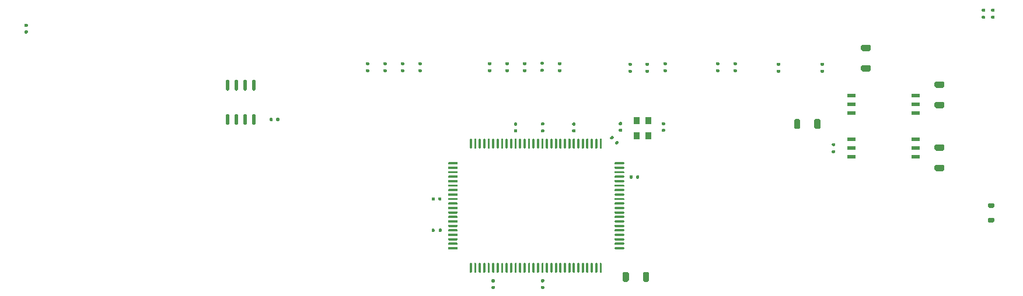
<source format=gtp>
%TF.GenerationSoftware,KiCad,Pcbnew,5.1.7*%
%TF.CreationDate,2020-11-15T02:55:59+01:00*%
%TF.ProjectId,ISA8019,49534138-3031-4392-9e6b-696361645f70,rev?*%
%TF.SameCoordinates,Original*%
%TF.FileFunction,Paste,Top*%
%TF.FilePolarity,Positive*%
%FSLAX46Y46*%
G04 Gerber Fmt 4.6, Leading zero omitted, Abs format (unit mm)*
G04 Created by KiCad (PCBNEW 5.1.7) date 2020-11-15 02:55:59*
%MOMM*%
%LPD*%
G01*
G04 APERTURE LIST*
%ADD10R,0.960000X1.120000*%
%ADD11R,1.200000X0.480000*%
G04 APERTURE END LIST*
%TO.C,U1*%
G36*
G01*
X122853000Y-116510000D02*
X122693000Y-116510000D01*
G75*
G02*
X122613000Y-116430000I0J80000D01*
G01*
X122613000Y-115190000D01*
G75*
G02*
X122693000Y-115110000I80000J0D01*
G01*
X122853000Y-115110000D01*
G75*
G02*
X122933000Y-115190000I0J-80000D01*
G01*
X122933000Y-116430000D01*
G75*
G02*
X122853000Y-116510000I-80000J0D01*
G01*
G37*
G36*
G01*
X127393000Y-118820000D02*
X126153000Y-118820000D01*
G75*
G02*
X126073000Y-118740000I0J80000D01*
G01*
X126073000Y-118580000D01*
G75*
G02*
X126153000Y-118500000I80000J0D01*
G01*
X127393000Y-118500000D01*
G75*
G02*
X127473000Y-118580000I0J-80000D01*
G01*
X127473000Y-118740000D01*
G75*
G02*
X127393000Y-118820000I-80000J0D01*
G01*
G37*
G36*
G01*
X124153000Y-116510000D02*
X123993000Y-116510000D01*
G75*
G02*
X123913000Y-116430000I0J80000D01*
G01*
X123913000Y-115190000D01*
G75*
G02*
X123993000Y-115110000I80000J0D01*
G01*
X124153000Y-115110000D01*
G75*
G02*
X124233000Y-115190000I0J-80000D01*
G01*
X124233000Y-116430000D01*
G75*
G02*
X124153000Y-116510000I-80000J0D01*
G01*
G37*
G36*
G01*
X121553000Y-116510000D02*
X121393000Y-116510000D01*
G75*
G02*
X121313000Y-116430000I0J80000D01*
G01*
X121313000Y-115190000D01*
G75*
G02*
X121393000Y-115110000I80000J0D01*
G01*
X121553000Y-115110000D01*
G75*
G02*
X121633000Y-115190000I0J-80000D01*
G01*
X121633000Y-116430000D01*
G75*
G02*
X121553000Y-116510000I-80000J0D01*
G01*
G37*
G36*
G01*
X120253000Y-116510000D02*
X120093000Y-116510000D01*
G75*
G02*
X120013000Y-116430000I0J80000D01*
G01*
X120013000Y-115190000D01*
G75*
G02*
X120093000Y-115110000I80000J0D01*
G01*
X120253000Y-115110000D01*
G75*
G02*
X120333000Y-115190000I0J-80000D01*
G01*
X120333000Y-116430000D01*
G75*
G02*
X120253000Y-116510000I-80000J0D01*
G01*
G37*
G36*
G01*
X122203000Y-116510000D02*
X122043000Y-116510000D01*
G75*
G02*
X121963000Y-116430000I0J80000D01*
G01*
X121963000Y-115190000D01*
G75*
G02*
X122043000Y-115110000I80000J0D01*
G01*
X122203000Y-115110000D01*
G75*
G02*
X122283000Y-115190000I0J-80000D01*
G01*
X122283000Y-116430000D01*
G75*
G02*
X122203000Y-116510000I-80000J0D01*
G01*
G37*
G36*
G01*
X127393000Y-128570000D02*
X126153000Y-128570000D01*
G75*
G02*
X126073000Y-128490000I0J80000D01*
G01*
X126073000Y-128330000D01*
G75*
G02*
X126153000Y-128250000I80000J0D01*
G01*
X127393000Y-128250000D01*
G75*
G02*
X127473000Y-128330000I0J-80000D01*
G01*
X127473000Y-128490000D01*
G75*
G02*
X127393000Y-128570000I-80000J0D01*
G01*
G37*
G36*
G01*
X127393000Y-120770000D02*
X126153000Y-120770000D01*
G75*
G02*
X126073000Y-120690000I0J80000D01*
G01*
X126073000Y-120530000D01*
G75*
G02*
X126153000Y-120450000I80000J0D01*
G01*
X127393000Y-120450000D01*
G75*
G02*
X127473000Y-120530000I0J-80000D01*
G01*
X127473000Y-120690000D01*
G75*
G02*
X127393000Y-120770000I-80000J0D01*
G01*
G37*
G36*
G01*
X109203000Y-134560000D02*
X109043000Y-134560000D01*
G75*
G02*
X108963000Y-134480000I0J80000D01*
G01*
X108963000Y-133240000D01*
G75*
G02*
X109043000Y-133160000I80000J0D01*
G01*
X109203000Y-133160000D01*
G75*
G02*
X109283000Y-133240000I0J-80000D01*
G01*
X109283000Y-134480000D01*
G75*
G02*
X109203000Y-134560000I-80000J0D01*
G01*
G37*
G36*
G01*
X108553000Y-134560000D02*
X108393000Y-134560000D01*
G75*
G02*
X108313000Y-134480000I0J80000D01*
G01*
X108313000Y-133240000D01*
G75*
G02*
X108393000Y-133160000I80000J0D01*
G01*
X108553000Y-133160000D01*
G75*
G02*
X108633000Y-133240000I0J-80000D01*
G01*
X108633000Y-134480000D01*
G75*
G02*
X108553000Y-134560000I-80000J0D01*
G01*
G37*
G36*
G01*
X107903000Y-134560000D02*
X107743000Y-134560000D01*
G75*
G02*
X107663000Y-134480000I0J80000D01*
G01*
X107663000Y-133240000D01*
G75*
G02*
X107743000Y-133160000I80000J0D01*
G01*
X107903000Y-133160000D01*
G75*
G02*
X107983000Y-133240000I0J-80000D01*
G01*
X107983000Y-134480000D01*
G75*
G02*
X107903000Y-134560000I-80000J0D01*
G01*
G37*
G36*
G01*
X117003000Y-116510000D02*
X116843000Y-116510000D01*
G75*
G02*
X116763000Y-116430000I0J80000D01*
G01*
X116763000Y-115190000D01*
G75*
G02*
X116843000Y-115110000I80000J0D01*
G01*
X117003000Y-115110000D01*
G75*
G02*
X117083000Y-115190000I0J-80000D01*
G01*
X117083000Y-116430000D01*
G75*
G02*
X117003000Y-116510000I-80000J0D01*
G01*
G37*
G36*
G01*
X115053000Y-116510000D02*
X114893000Y-116510000D01*
G75*
G02*
X114813000Y-116430000I0J80000D01*
G01*
X114813000Y-115190000D01*
G75*
G02*
X114893000Y-115110000I80000J0D01*
G01*
X115053000Y-115110000D01*
G75*
G02*
X115133000Y-115190000I0J-80000D01*
G01*
X115133000Y-116430000D01*
G75*
G02*
X115053000Y-116510000I-80000J0D01*
G01*
G37*
G36*
G01*
X120903000Y-134560000D02*
X120743000Y-134560000D01*
G75*
G02*
X120663000Y-134480000I0J80000D01*
G01*
X120663000Y-133240000D01*
G75*
G02*
X120743000Y-133160000I80000J0D01*
G01*
X120903000Y-133160000D01*
G75*
G02*
X120983000Y-133240000I0J-80000D01*
G01*
X120983000Y-134480000D01*
G75*
G02*
X120903000Y-134560000I-80000J0D01*
G01*
G37*
G36*
G01*
X110503000Y-134560000D02*
X110343000Y-134560000D01*
G75*
G02*
X110263000Y-134480000I0J80000D01*
G01*
X110263000Y-133240000D01*
G75*
G02*
X110343000Y-133160000I80000J0D01*
G01*
X110503000Y-133160000D01*
G75*
G02*
X110583000Y-133240000I0J-80000D01*
G01*
X110583000Y-134480000D01*
G75*
G02*
X110503000Y-134560000I-80000J0D01*
G01*
G37*
G36*
G01*
X122203000Y-134560000D02*
X122043000Y-134560000D01*
G75*
G02*
X121963000Y-134480000I0J80000D01*
G01*
X121963000Y-133240000D01*
G75*
G02*
X122043000Y-133160000I80000J0D01*
G01*
X122203000Y-133160000D01*
G75*
G02*
X122283000Y-133240000I0J-80000D01*
G01*
X122283000Y-134480000D01*
G75*
G02*
X122203000Y-134560000I-80000J0D01*
G01*
G37*
G36*
G01*
X121553000Y-134560000D02*
X121393000Y-134560000D01*
G75*
G02*
X121313000Y-134480000I0J80000D01*
G01*
X121313000Y-133240000D01*
G75*
G02*
X121393000Y-133160000I80000J0D01*
G01*
X121553000Y-133160000D01*
G75*
G02*
X121633000Y-133240000I0J-80000D01*
G01*
X121633000Y-134480000D01*
G75*
G02*
X121553000Y-134560000I-80000J0D01*
G01*
G37*
G36*
G01*
X127393000Y-122720000D02*
X126153000Y-122720000D01*
G75*
G02*
X126073000Y-122640000I0J80000D01*
G01*
X126073000Y-122480000D01*
G75*
G02*
X126153000Y-122400000I80000J0D01*
G01*
X127393000Y-122400000D01*
G75*
G02*
X127473000Y-122480000I0J-80000D01*
G01*
X127473000Y-122640000D01*
G75*
G02*
X127393000Y-122720000I-80000J0D01*
G01*
G37*
G36*
G01*
X111803000Y-116510000D02*
X111643000Y-116510000D01*
G75*
G02*
X111563000Y-116430000I0J80000D01*
G01*
X111563000Y-115190000D01*
G75*
G02*
X111643000Y-115110000I80000J0D01*
G01*
X111803000Y-115110000D01*
G75*
G02*
X111883000Y-115190000I0J-80000D01*
G01*
X111883000Y-116430000D01*
G75*
G02*
X111803000Y-116510000I-80000J0D01*
G01*
G37*
G36*
G01*
X118303000Y-134560000D02*
X118143000Y-134560000D01*
G75*
G02*
X118063000Y-134480000I0J80000D01*
G01*
X118063000Y-133240000D01*
G75*
G02*
X118143000Y-133160000I80000J0D01*
G01*
X118303000Y-133160000D01*
G75*
G02*
X118383000Y-133240000I0J-80000D01*
G01*
X118383000Y-134480000D01*
G75*
G02*
X118303000Y-134560000I-80000J0D01*
G01*
G37*
G36*
G01*
X127393000Y-124020000D02*
X126153000Y-124020000D01*
G75*
G02*
X126073000Y-123940000I0J80000D01*
G01*
X126073000Y-123780000D01*
G75*
G02*
X126153000Y-123700000I80000J0D01*
G01*
X127393000Y-123700000D01*
G75*
G02*
X127473000Y-123780000I0J-80000D01*
G01*
X127473000Y-123940000D01*
G75*
G02*
X127393000Y-124020000I-80000J0D01*
G01*
G37*
G36*
G01*
X103243000Y-120120000D02*
X102003000Y-120120000D01*
G75*
G02*
X101923000Y-120040000I0J80000D01*
G01*
X101923000Y-119880000D01*
G75*
G02*
X102003000Y-119800000I80000J0D01*
G01*
X103243000Y-119800000D01*
G75*
G02*
X103323000Y-119880000I0J-80000D01*
G01*
X103323000Y-120040000D01*
G75*
G02*
X103243000Y-120120000I-80000J0D01*
G01*
G37*
G36*
G01*
X105953000Y-134560000D02*
X105793000Y-134560000D01*
G75*
G02*
X105713000Y-134480000I0J80000D01*
G01*
X105713000Y-133240000D01*
G75*
G02*
X105793000Y-133160000I80000J0D01*
G01*
X105953000Y-133160000D01*
G75*
G02*
X106033000Y-133240000I0J-80000D01*
G01*
X106033000Y-134480000D01*
G75*
G02*
X105953000Y-134560000I-80000J0D01*
G01*
G37*
G36*
G01*
X111803000Y-134560000D02*
X111643000Y-134560000D01*
G75*
G02*
X111563000Y-134480000I0J80000D01*
G01*
X111563000Y-133240000D01*
G75*
G02*
X111643000Y-133160000I80000J0D01*
G01*
X111803000Y-133160000D01*
G75*
G02*
X111883000Y-133240000I0J-80000D01*
G01*
X111883000Y-134480000D01*
G75*
G02*
X111803000Y-134560000I-80000J0D01*
G01*
G37*
G36*
G01*
X119603000Y-116510000D02*
X119443000Y-116510000D01*
G75*
G02*
X119363000Y-116430000I0J80000D01*
G01*
X119363000Y-115190000D01*
G75*
G02*
X119443000Y-115110000I80000J0D01*
G01*
X119603000Y-115110000D01*
G75*
G02*
X119683000Y-115190000I0J-80000D01*
G01*
X119683000Y-116430000D01*
G75*
G02*
X119603000Y-116510000I-80000J0D01*
G01*
G37*
G36*
G01*
X127393000Y-122070000D02*
X126153000Y-122070000D01*
G75*
G02*
X126073000Y-121990000I0J80000D01*
G01*
X126073000Y-121830000D01*
G75*
G02*
X126153000Y-121750000I80000J0D01*
G01*
X127393000Y-121750000D01*
G75*
G02*
X127473000Y-121830000I0J-80000D01*
G01*
X127473000Y-121990000D01*
G75*
G02*
X127393000Y-122070000I-80000J0D01*
G01*
G37*
G36*
G01*
X107253000Y-134560000D02*
X107093000Y-134560000D01*
G75*
G02*
X107013000Y-134480000I0J80000D01*
G01*
X107013000Y-133240000D01*
G75*
G02*
X107093000Y-133160000I80000J0D01*
G01*
X107253000Y-133160000D01*
G75*
G02*
X107333000Y-133240000I0J-80000D01*
G01*
X107333000Y-134480000D01*
G75*
G02*
X107253000Y-134560000I-80000J0D01*
G01*
G37*
G36*
G01*
X127393000Y-127270000D02*
X126153000Y-127270000D01*
G75*
G02*
X126073000Y-127190000I0J80000D01*
G01*
X126073000Y-127030000D01*
G75*
G02*
X126153000Y-126950000I80000J0D01*
G01*
X127393000Y-126950000D01*
G75*
G02*
X127473000Y-127030000I0J-80000D01*
G01*
X127473000Y-127190000D01*
G75*
G02*
X127393000Y-127270000I-80000J0D01*
G01*
G37*
G36*
G01*
X112453000Y-134560000D02*
X112293000Y-134560000D01*
G75*
G02*
X112213000Y-134480000I0J80000D01*
G01*
X112213000Y-133240000D01*
G75*
G02*
X112293000Y-133160000I80000J0D01*
G01*
X112453000Y-133160000D01*
G75*
G02*
X112533000Y-133240000I0J-80000D01*
G01*
X112533000Y-134480000D01*
G75*
G02*
X112453000Y-134560000I-80000J0D01*
G01*
G37*
G36*
G01*
X127393000Y-126620000D02*
X126153000Y-126620000D01*
G75*
G02*
X126073000Y-126540000I0J80000D01*
G01*
X126073000Y-126380000D01*
G75*
G02*
X126153000Y-126300000I80000J0D01*
G01*
X127393000Y-126300000D01*
G75*
G02*
X127473000Y-126380000I0J-80000D01*
G01*
X127473000Y-126540000D01*
G75*
G02*
X127393000Y-126620000I-80000J0D01*
G01*
G37*
G36*
G01*
X127393000Y-125970000D02*
X126153000Y-125970000D01*
G75*
G02*
X126073000Y-125890000I0J80000D01*
G01*
X126073000Y-125730000D01*
G75*
G02*
X126153000Y-125650000I80000J0D01*
G01*
X127393000Y-125650000D01*
G75*
G02*
X127473000Y-125730000I0J-80000D01*
G01*
X127473000Y-125890000D01*
G75*
G02*
X127393000Y-125970000I-80000J0D01*
G01*
G37*
G36*
G01*
X127393000Y-125320000D02*
X126153000Y-125320000D01*
G75*
G02*
X126073000Y-125240000I0J80000D01*
G01*
X126073000Y-125080000D01*
G75*
G02*
X126153000Y-125000000I80000J0D01*
G01*
X127393000Y-125000000D01*
G75*
G02*
X127473000Y-125080000I0J-80000D01*
G01*
X127473000Y-125240000D01*
G75*
G02*
X127393000Y-125320000I-80000J0D01*
G01*
G37*
G36*
G01*
X127393000Y-124670000D02*
X126153000Y-124670000D01*
G75*
G02*
X126073000Y-124590000I0J80000D01*
G01*
X126073000Y-124430000D01*
G75*
G02*
X126153000Y-124350000I80000J0D01*
G01*
X127393000Y-124350000D01*
G75*
G02*
X127473000Y-124430000I0J-80000D01*
G01*
X127473000Y-124590000D01*
G75*
G02*
X127393000Y-124670000I-80000J0D01*
G01*
G37*
G36*
G01*
X117653000Y-116510000D02*
X117493000Y-116510000D01*
G75*
G02*
X117413000Y-116430000I0J80000D01*
G01*
X117413000Y-115190000D01*
G75*
G02*
X117493000Y-115110000I80000J0D01*
G01*
X117653000Y-115110000D01*
G75*
G02*
X117733000Y-115190000I0J-80000D01*
G01*
X117733000Y-116430000D01*
G75*
G02*
X117653000Y-116510000I-80000J0D01*
G01*
G37*
G36*
G01*
X103243000Y-118820000D02*
X102003000Y-118820000D01*
G75*
G02*
X101923000Y-118740000I0J80000D01*
G01*
X101923000Y-118580000D01*
G75*
G02*
X102003000Y-118500000I80000J0D01*
G01*
X103243000Y-118500000D01*
G75*
G02*
X103323000Y-118580000I0J-80000D01*
G01*
X103323000Y-118740000D01*
G75*
G02*
X103243000Y-118820000I-80000J0D01*
G01*
G37*
G36*
G01*
X115703000Y-116510000D02*
X115543000Y-116510000D01*
G75*
G02*
X115463000Y-116430000I0J80000D01*
G01*
X115463000Y-115190000D01*
G75*
G02*
X115543000Y-115110000I80000J0D01*
G01*
X115703000Y-115110000D01*
G75*
G02*
X115783000Y-115190000I0J-80000D01*
G01*
X115783000Y-116430000D01*
G75*
G02*
X115703000Y-116510000I-80000J0D01*
G01*
G37*
G36*
G01*
X116353000Y-116510000D02*
X116193000Y-116510000D01*
G75*
G02*
X116113000Y-116430000I0J80000D01*
G01*
X116113000Y-115190000D01*
G75*
G02*
X116193000Y-115110000I80000J0D01*
G01*
X116353000Y-115110000D01*
G75*
G02*
X116433000Y-115190000I0J-80000D01*
G01*
X116433000Y-116430000D01*
G75*
G02*
X116353000Y-116510000I-80000J0D01*
G01*
G37*
G36*
G01*
X122853000Y-134560000D02*
X122693000Y-134560000D01*
G75*
G02*
X122613000Y-134480000I0J80000D01*
G01*
X122613000Y-133240000D01*
G75*
G02*
X122693000Y-133160000I80000J0D01*
G01*
X122853000Y-133160000D01*
G75*
G02*
X122933000Y-133240000I0J-80000D01*
G01*
X122933000Y-134480000D01*
G75*
G02*
X122853000Y-134560000I-80000J0D01*
G01*
G37*
G36*
G01*
X110503000Y-116510000D02*
X110343000Y-116510000D01*
G75*
G02*
X110263000Y-116430000I0J80000D01*
G01*
X110263000Y-115190000D01*
G75*
G02*
X110343000Y-115110000I80000J0D01*
G01*
X110503000Y-115110000D01*
G75*
G02*
X110583000Y-115190000I0J-80000D01*
G01*
X110583000Y-116430000D01*
G75*
G02*
X110503000Y-116510000I-80000J0D01*
G01*
G37*
G36*
G01*
X112453000Y-116510000D02*
X112293000Y-116510000D01*
G75*
G02*
X112213000Y-116430000I0J80000D01*
G01*
X112213000Y-115190000D01*
G75*
G02*
X112293000Y-115110000I80000J0D01*
G01*
X112453000Y-115110000D01*
G75*
G02*
X112533000Y-115190000I0J-80000D01*
G01*
X112533000Y-116430000D01*
G75*
G02*
X112453000Y-116510000I-80000J0D01*
G01*
G37*
G36*
G01*
X111153000Y-134560000D02*
X110993000Y-134560000D01*
G75*
G02*
X110913000Y-134480000I0J80000D01*
G01*
X110913000Y-133240000D01*
G75*
G02*
X110993000Y-133160000I80000J0D01*
G01*
X111153000Y-133160000D01*
G75*
G02*
X111233000Y-133240000I0J-80000D01*
G01*
X111233000Y-134480000D01*
G75*
G02*
X111153000Y-134560000I-80000J0D01*
G01*
G37*
G36*
G01*
X120253000Y-134560000D02*
X120093000Y-134560000D01*
G75*
G02*
X120013000Y-134480000I0J80000D01*
G01*
X120013000Y-133240000D01*
G75*
G02*
X120093000Y-133160000I80000J0D01*
G01*
X120253000Y-133160000D01*
G75*
G02*
X120333000Y-133240000I0J-80000D01*
G01*
X120333000Y-134480000D01*
G75*
G02*
X120253000Y-134560000I-80000J0D01*
G01*
G37*
G36*
G01*
X103243000Y-119470000D02*
X102003000Y-119470000D01*
G75*
G02*
X101923000Y-119390000I0J80000D01*
G01*
X101923000Y-119230000D01*
G75*
G02*
X102003000Y-119150000I80000J0D01*
G01*
X103243000Y-119150000D01*
G75*
G02*
X103323000Y-119230000I0J-80000D01*
G01*
X103323000Y-119390000D01*
G75*
G02*
X103243000Y-119470000I-80000J0D01*
G01*
G37*
G36*
G01*
X119603000Y-134560000D02*
X119443000Y-134560000D01*
G75*
G02*
X119363000Y-134480000I0J80000D01*
G01*
X119363000Y-133240000D01*
G75*
G02*
X119443000Y-133160000I80000J0D01*
G01*
X119603000Y-133160000D01*
G75*
G02*
X119683000Y-133240000I0J-80000D01*
G01*
X119683000Y-134480000D01*
G75*
G02*
X119603000Y-134560000I-80000J0D01*
G01*
G37*
G36*
G01*
X118953000Y-134560000D02*
X118793000Y-134560000D01*
G75*
G02*
X118713000Y-134480000I0J80000D01*
G01*
X118713000Y-133240000D01*
G75*
G02*
X118793000Y-133160000I80000J0D01*
G01*
X118953000Y-133160000D01*
G75*
G02*
X119033000Y-133240000I0J-80000D01*
G01*
X119033000Y-134480000D01*
G75*
G02*
X118953000Y-134560000I-80000J0D01*
G01*
G37*
G36*
G01*
X105303000Y-134560000D02*
X105143000Y-134560000D01*
G75*
G02*
X105063000Y-134480000I0J80000D01*
G01*
X105063000Y-133240000D01*
G75*
G02*
X105143000Y-133160000I80000J0D01*
G01*
X105303000Y-133160000D01*
G75*
G02*
X105383000Y-133240000I0J-80000D01*
G01*
X105383000Y-134480000D01*
G75*
G02*
X105303000Y-134560000I-80000J0D01*
G01*
G37*
G36*
G01*
X109853000Y-134560000D02*
X109693000Y-134560000D01*
G75*
G02*
X109613000Y-134480000I0J80000D01*
G01*
X109613000Y-133240000D01*
G75*
G02*
X109693000Y-133160000I80000J0D01*
G01*
X109853000Y-133160000D01*
G75*
G02*
X109933000Y-133240000I0J-80000D01*
G01*
X109933000Y-134480000D01*
G75*
G02*
X109853000Y-134560000I-80000J0D01*
G01*
G37*
G36*
G01*
X109853000Y-116510000D02*
X109693000Y-116510000D01*
G75*
G02*
X109613000Y-116430000I0J80000D01*
G01*
X109613000Y-115190000D01*
G75*
G02*
X109693000Y-115110000I80000J0D01*
G01*
X109853000Y-115110000D01*
G75*
G02*
X109933000Y-115190000I0J-80000D01*
G01*
X109933000Y-116430000D01*
G75*
G02*
X109853000Y-116510000I-80000J0D01*
G01*
G37*
G36*
G01*
X111153000Y-116510000D02*
X110993000Y-116510000D01*
G75*
G02*
X110913000Y-116430000I0J80000D01*
G01*
X110913000Y-115190000D01*
G75*
G02*
X110993000Y-115110000I80000J0D01*
G01*
X111153000Y-115110000D01*
G75*
G02*
X111233000Y-115190000I0J-80000D01*
G01*
X111233000Y-116430000D01*
G75*
G02*
X111153000Y-116510000I-80000J0D01*
G01*
G37*
G36*
G01*
X127393000Y-123370000D02*
X126153000Y-123370000D01*
G75*
G02*
X126073000Y-123290000I0J80000D01*
G01*
X126073000Y-123130000D01*
G75*
G02*
X126153000Y-123050000I80000J0D01*
G01*
X127393000Y-123050000D01*
G75*
G02*
X127473000Y-123130000I0J-80000D01*
G01*
X127473000Y-123290000D01*
G75*
G02*
X127393000Y-123370000I-80000J0D01*
G01*
G37*
G36*
G01*
X120903000Y-116510000D02*
X120743000Y-116510000D01*
G75*
G02*
X120663000Y-116430000I0J80000D01*
G01*
X120663000Y-115190000D01*
G75*
G02*
X120743000Y-115110000I80000J0D01*
G01*
X120903000Y-115110000D01*
G75*
G02*
X120983000Y-115190000I0J-80000D01*
G01*
X120983000Y-116430000D01*
G75*
G02*
X120903000Y-116510000I-80000J0D01*
G01*
G37*
G36*
G01*
X103243000Y-120770000D02*
X102003000Y-120770000D01*
G75*
G02*
X101923000Y-120690000I0J80000D01*
G01*
X101923000Y-120530000D01*
G75*
G02*
X102003000Y-120450000I80000J0D01*
G01*
X103243000Y-120450000D01*
G75*
G02*
X103323000Y-120530000I0J-80000D01*
G01*
X103323000Y-120690000D01*
G75*
G02*
X103243000Y-120770000I-80000J0D01*
G01*
G37*
G36*
G01*
X117653000Y-134560000D02*
X117493000Y-134560000D01*
G75*
G02*
X117413000Y-134480000I0J80000D01*
G01*
X117413000Y-133240000D01*
G75*
G02*
X117493000Y-133160000I80000J0D01*
G01*
X117653000Y-133160000D01*
G75*
G02*
X117733000Y-133240000I0J-80000D01*
G01*
X117733000Y-134480000D01*
G75*
G02*
X117653000Y-134560000I-80000J0D01*
G01*
G37*
G36*
G01*
X109203000Y-116510000D02*
X109043000Y-116510000D01*
G75*
G02*
X108963000Y-116430000I0J80000D01*
G01*
X108963000Y-115190000D01*
G75*
G02*
X109043000Y-115110000I80000J0D01*
G01*
X109203000Y-115110000D01*
G75*
G02*
X109283000Y-115190000I0J-80000D01*
G01*
X109283000Y-116430000D01*
G75*
G02*
X109203000Y-116510000I-80000J0D01*
G01*
G37*
G36*
G01*
X117003000Y-134560000D02*
X116843000Y-134560000D01*
G75*
G02*
X116763000Y-134480000I0J80000D01*
G01*
X116763000Y-133240000D01*
G75*
G02*
X116843000Y-133160000I80000J0D01*
G01*
X117003000Y-133160000D01*
G75*
G02*
X117083000Y-133240000I0J-80000D01*
G01*
X117083000Y-134480000D01*
G75*
G02*
X117003000Y-134560000I-80000J0D01*
G01*
G37*
G36*
G01*
X127393000Y-121420000D02*
X126153000Y-121420000D01*
G75*
G02*
X126073000Y-121340000I0J80000D01*
G01*
X126073000Y-121180000D01*
G75*
G02*
X126153000Y-121100000I80000J0D01*
G01*
X127393000Y-121100000D01*
G75*
G02*
X127473000Y-121180000I0J-80000D01*
G01*
X127473000Y-121340000D01*
G75*
G02*
X127393000Y-121420000I-80000J0D01*
G01*
G37*
G36*
G01*
X114403000Y-116510000D02*
X114243000Y-116510000D01*
G75*
G02*
X114163000Y-116430000I0J80000D01*
G01*
X114163000Y-115190000D01*
G75*
G02*
X114243000Y-115110000I80000J0D01*
G01*
X114403000Y-115110000D01*
G75*
G02*
X114483000Y-115190000I0J-80000D01*
G01*
X114483000Y-116430000D01*
G75*
G02*
X114403000Y-116510000I-80000J0D01*
G01*
G37*
G36*
G01*
X113753000Y-116510000D02*
X113593000Y-116510000D01*
G75*
G02*
X113513000Y-116430000I0J80000D01*
G01*
X113513000Y-115190000D01*
G75*
G02*
X113593000Y-115110000I80000J0D01*
G01*
X113753000Y-115110000D01*
G75*
G02*
X113833000Y-115190000I0J-80000D01*
G01*
X113833000Y-116430000D01*
G75*
G02*
X113753000Y-116510000I-80000J0D01*
G01*
G37*
G36*
G01*
X113103000Y-116510000D02*
X112943000Y-116510000D01*
G75*
G02*
X112863000Y-116430000I0J80000D01*
G01*
X112863000Y-115190000D01*
G75*
G02*
X112943000Y-115110000I80000J0D01*
G01*
X113103000Y-115110000D01*
G75*
G02*
X113183000Y-115190000I0J-80000D01*
G01*
X113183000Y-116430000D01*
G75*
G02*
X113103000Y-116510000I-80000J0D01*
G01*
G37*
G36*
G01*
X108553000Y-116510000D02*
X108393000Y-116510000D01*
G75*
G02*
X108313000Y-116430000I0J80000D01*
G01*
X108313000Y-115190000D01*
G75*
G02*
X108393000Y-115110000I80000J0D01*
G01*
X108553000Y-115110000D01*
G75*
G02*
X108633000Y-115190000I0J-80000D01*
G01*
X108633000Y-116430000D01*
G75*
G02*
X108553000Y-116510000I-80000J0D01*
G01*
G37*
G36*
G01*
X107903000Y-116510000D02*
X107743000Y-116510000D01*
G75*
G02*
X107663000Y-116430000I0J80000D01*
G01*
X107663000Y-115190000D01*
G75*
G02*
X107743000Y-115110000I80000J0D01*
G01*
X107903000Y-115110000D01*
G75*
G02*
X107983000Y-115190000I0J-80000D01*
G01*
X107983000Y-116430000D01*
G75*
G02*
X107903000Y-116510000I-80000J0D01*
G01*
G37*
G36*
G01*
X107253000Y-116510000D02*
X107093000Y-116510000D01*
G75*
G02*
X107013000Y-116430000I0J80000D01*
G01*
X107013000Y-115190000D01*
G75*
G02*
X107093000Y-115110000I80000J0D01*
G01*
X107253000Y-115110000D01*
G75*
G02*
X107333000Y-115190000I0J-80000D01*
G01*
X107333000Y-116430000D01*
G75*
G02*
X107253000Y-116510000I-80000J0D01*
G01*
G37*
G36*
G01*
X106603000Y-116510000D02*
X106443000Y-116510000D01*
G75*
G02*
X106363000Y-116430000I0J80000D01*
G01*
X106363000Y-115190000D01*
G75*
G02*
X106443000Y-115110000I80000J0D01*
G01*
X106603000Y-115110000D01*
G75*
G02*
X106683000Y-115190000I0J-80000D01*
G01*
X106683000Y-116430000D01*
G75*
G02*
X106603000Y-116510000I-80000J0D01*
G01*
G37*
G36*
G01*
X116353000Y-134560000D02*
X116193000Y-134560000D01*
G75*
G02*
X116113000Y-134480000I0J80000D01*
G01*
X116113000Y-133240000D01*
G75*
G02*
X116193000Y-133160000I80000J0D01*
G01*
X116353000Y-133160000D01*
G75*
G02*
X116433000Y-133240000I0J-80000D01*
G01*
X116433000Y-134480000D01*
G75*
G02*
X116353000Y-134560000I-80000J0D01*
G01*
G37*
G36*
G01*
X118303000Y-116510000D02*
X118143000Y-116510000D01*
G75*
G02*
X118063000Y-116430000I0J80000D01*
G01*
X118063000Y-115190000D01*
G75*
G02*
X118143000Y-115110000I80000J0D01*
G01*
X118303000Y-115110000D01*
G75*
G02*
X118383000Y-115190000I0J-80000D01*
G01*
X118383000Y-116430000D01*
G75*
G02*
X118303000Y-116510000I-80000J0D01*
G01*
G37*
G36*
G01*
X106603000Y-134560000D02*
X106443000Y-134560000D01*
G75*
G02*
X106363000Y-134480000I0J80000D01*
G01*
X106363000Y-133240000D01*
G75*
G02*
X106443000Y-133160000I80000J0D01*
G01*
X106603000Y-133160000D01*
G75*
G02*
X106683000Y-133240000I0J-80000D01*
G01*
X106683000Y-134480000D01*
G75*
G02*
X106603000Y-134560000I-80000J0D01*
G01*
G37*
G36*
G01*
X115703000Y-134560000D02*
X115543000Y-134560000D01*
G75*
G02*
X115463000Y-134480000I0J80000D01*
G01*
X115463000Y-133240000D01*
G75*
G02*
X115543000Y-133160000I80000J0D01*
G01*
X115703000Y-133160000D01*
G75*
G02*
X115783000Y-133240000I0J-80000D01*
G01*
X115783000Y-134480000D01*
G75*
G02*
X115703000Y-134560000I-80000J0D01*
G01*
G37*
G36*
G01*
X115053000Y-134560000D02*
X114893000Y-134560000D01*
G75*
G02*
X114813000Y-134480000I0J80000D01*
G01*
X114813000Y-133240000D01*
G75*
G02*
X114893000Y-133160000I80000J0D01*
G01*
X115053000Y-133160000D01*
G75*
G02*
X115133000Y-133240000I0J-80000D01*
G01*
X115133000Y-134480000D01*
G75*
G02*
X115053000Y-134560000I-80000J0D01*
G01*
G37*
G36*
G01*
X114403000Y-134560000D02*
X114243000Y-134560000D01*
G75*
G02*
X114163000Y-134480000I0J80000D01*
G01*
X114163000Y-133240000D01*
G75*
G02*
X114243000Y-133160000I80000J0D01*
G01*
X114403000Y-133160000D01*
G75*
G02*
X114483000Y-133240000I0J-80000D01*
G01*
X114483000Y-134480000D01*
G75*
G02*
X114403000Y-134560000I-80000J0D01*
G01*
G37*
G36*
G01*
X113753000Y-134560000D02*
X113593000Y-134560000D01*
G75*
G02*
X113513000Y-134480000I0J80000D01*
G01*
X113513000Y-133240000D01*
G75*
G02*
X113593000Y-133160000I80000J0D01*
G01*
X113753000Y-133160000D01*
G75*
G02*
X113833000Y-133240000I0J-80000D01*
G01*
X113833000Y-134480000D01*
G75*
G02*
X113753000Y-134560000I-80000J0D01*
G01*
G37*
G36*
G01*
X113103000Y-134560000D02*
X112943000Y-134560000D01*
G75*
G02*
X112863000Y-134480000I0J80000D01*
G01*
X112863000Y-133240000D01*
G75*
G02*
X112943000Y-133160000I80000J0D01*
G01*
X113103000Y-133160000D01*
G75*
G02*
X113183000Y-133240000I0J-80000D01*
G01*
X113183000Y-134480000D01*
G75*
G02*
X113103000Y-134560000I-80000J0D01*
G01*
G37*
G36*
G01*
X118953000Y-116510000D02*
X118793000Y-116510000D01*
G75*
G02*
X118713000Y-116430000I0J80000D01*
G01*
X118713000Y-115190000D01*
G75*
G02*
X118793000Y-115110000I80000J0D01*
G01*
X118953000Y-115110000D01*
G75*
G02*
X119033000Y-115190000I0J-80000D01*
G01*
X119033000Y-116430000D01*
G75*
G02*
X118953000Y-116510000I-80000J0D01*
G01*
G37*
G36*
G01*
X127393000Y-131170000D02*
X126153000Y-131170000D01*
G75*
G02*
X126073000Y-131090000I0J80000D01*
G01*
X126073000Y-130930000D01*
G75*
G02*
X126153000Y-130850000I80000J0D01*
G01*
X127393000Y-130850000D01*
G75*
G02*
X127473000Y-130930000I0J-80000D01*
G01*
X127473000Y-131090000D01*
G75*
G02*
X127393000Y-131170000I-80000J0D01*
G01*
G37*
G36*
G01*
X123503000Y-134560000D02*
X123343000Y-134560000D01*
G75*
G02*
X123263000Y-134480000I0J80000D01*
G01*
X123263000Y-133240000D01*
G75*
G02*
X123343000Y-133160000I80000J0D01*
G01*
X123503000Y-133160000D01*
G75*
G02*
X123583000Y-133240000I0J-80000D01*
G01*
X123583000Y-134480000D01*
G75*
G02*
X123503000Y-134560000I-80000J0D01*
G01*
G37*
G36*
G01*
X124153000Y-134560000D02*
X123993000Y-134560000D01*
G75*
G02*
X123913000Y-134480000I0J80000D01*
G01*
X123913000Y-133240000D01*
G75*
G02*
X123993000Y-133160000I80000J0D01*
G01*
X124153000Y-133160000D01*
G75*
G02*
X124233000Y-133240000I0J-80000D01*
G01*
X124233000Y-134480000D01*
G75*
G02*
X124153000Y-134560000I-80000J0D01*
G01*
G37*
G36*
G01*
X103243000Y-128570000D02*
X102003000Y-128570000D01*
G75*
G02*
X101923000Y-128490000I0J80000D01*
G01*
X101923000Y-128330000D01*
G75*
G02*
X102003000Y-128250000I80000J0D01*
G01*
X103243000Y-128250000D01*
G75*
G02*
X103323000Y-128330000I0J-80000D01*
G01*
X103323000Y-128490000D01*
G75*
G02*
X103243000Y-128570000I-80000J0D01*
G01*
G37*
G36*
G01*
X103243000Y-129220000D02*
X102003000Y-129220000D01*
G75*
G02*
X101923000Y-129140000I0J80000D01*
G01*
X101923000Y-128980000D01*
G75*
G02*
X102003000Y-128900000I80000J0D01*
G01*
X103243000Y-128900000D01*
G75*
G02*
X103323000Y-128980000I0J-80000D01*
G01*
X103323000Y-129140000D01*
G75*
G02*
X103243000Y-129220000I-80000J0D01*
G01*
G37*
G36*
G01*
X103243000Y-129870000D02*
X102003000Y-129870000D01*
G75*
G02*
X101923000Y-129790000I0J80000D01*
G01*
X101923000Y-129630000D01*
G75*
G02*
X102003000Y-129550000I80000J0D01*
G01*
X103243000Y-129550000D01*
G75*
G02*
X103323000Y-129630000I0J-80000D01*
G01*
X103323000Y-129790000D01*
G75*
G02*
X103243000Y-129870000I-80000J0D01*
G01*
G37*
G36*
G01*
X103243000Y-130520000D02*
X102003000Y-130520000D01*
G75*
G02*
X101923000Y-130440000I0J80000D01*
G01*
X101923000Y-130280000D01*
G75*
G02*
X102003000Y-130200000I80000J0D01*
G01*
X103243000Y-130200000D01*
G75*
G02*
X103323000Y-130280000I0J-80000D01*
G01*
X103323000Y-130440000D01*
G75*
G02*
X103243000Y-130520000I-80000J0D01*
G01*
G37*
G36*
G01*
X103243000Y-131170000D02*
X102003000Y-131170000D01*
G75*
G02*
X101923000Y-131090000I0J80000D01*
G01*
X101923000Y-130930000D01*
G75*
G02*
X102003000Y-130850000I80000J0D01*
G01*
X103243000Y-130850000D01*
G75*
G02*
X103323000Y-130930000I0J-80000D01*
G01*
X103323000Y-131090000D01*
G75*
G02*
X103243000Y-131170000I-80000J0D01*
G01*
G37*
G36*
G01*
X103243000Y-124670000D02*
X102003000Y-124670000D01*
G75*
G02*
X101923000Y-124590000I0J80000D01*
G01*
X101923000Y-124430000D01*
G75*
G02*
X102003000Y-124350000I80000J0D01*
G01*
X103243000Y-124350000D01*
G75*
G02*
X103323000Y-124430000I0J-80000D01*
G01*
X103323000Y-124590000D01*
G75*
G02*
X103243000Y-124670000I-80000J0D01*
G01*
G37*
G36*
G01*
X103243000Y-125320000D02*
X102003000Y-125320000D01*
G75*
G02*
X101923000Y-125240000I0J80000D01*
G01*
X101923000Y-125080000D01*
G75*
G02*
X102003000Y-125000000I80000J0D01*
G01*
X103243000Y-125000000D01*
G75*
G02*
X103323000Y-125080000I0J-80000D01*
G01*
X103323000Y-125240000D01*
G75*
G02*
X103243000Y-125320000I-80000J0D01*
G01*
G37*
G36*
G01*
X103243000Y-125970000D02*
X102003000Y-125970000D01*
G75*
G02*
X101923000Y-125890000I0J80000D01*
G01*
X101923000Y-125730000D01*
G75*
G02*
X102003000Y-125650000I80000J0D01*
G01*
X103243000Y-125650000D01*
G75*
G02*
X103323000Y-125730000I0J-80000D01*
G01*
X103323000Y-125890000D01*
G75*
G02*
X103243000Y-125970000I-80000J0D01*
G01*
G37*
G36*
G01*
X103243000Y-126620000D02*
X102003000Y-126620000D01*
G75*
G02*
X101923000Y-126540000I0J80000D01*
G01*
X101923000Y-126380000D01*
G75*
G02*
X102003000Y-126300000I80000J0D01*
G01*
X103243000Y-126300000D01*
G75*
G02*
X103323000Y-126380000I0J-80000D01*
G01*
X103323000Y-126540000D01*
G75*
G02*
X103243000Y-126620000I-80000J0D01*
G01*
G37*
G36*
G01*
X103243000Y-127270000D02*
X102003000Y-127270000D01*
G75*
G02*
X101923000Y-127190000I0J80000D01*
G01*
X101923000Y-127030000D01*
G75*
G02*
X102003000Y-126950000I80000J0D01*
G01*
X103243000Y-126950000D01*
G75*
G02*
X103323000Y-127030000I0J-80000D01*
G01*
X103323000Y-127190000D01*
G75*
G02*
X103243000Y-127270000I-80000J0D01*
G01*
G37*
G36*
G01*
X103243000Y-127920000D02*
X102003000Y-127920000D01*
G75*
G02*
X101923000Y-127840000I0J80000D01*
G01*
X101923000Y-127680000D01*
G75*
G02*
X102003000Y-127600000I80000J0D01*
G01*
X103243000Y-127600000D01*
G75*
G02*
X103323000Y-127680000I0J-80000D01*
G01*
X103323000Y-127840000D01*
G75*
G02*
X103243000Y-127920000I-80000J0D01*
G01*
G37*
G36*
G01*
X103243000Y-121420000D02*
X102003000Y-121420000D01*
G75*
G02*
X101923000Y-121340000I0J80000D01*
G01*
X101923000Y-121180000D01*
G75*
G02*
X102003000Y-121100000I80000J0D01*
G01*
X103243000Y-121100000D01*
G75*
G02*
X103323000Y-121180000I0J-80000D01*
G01*
X103323000Y-121340000D01*
G75*
G02*
X103243000Y-121420000I-80000J0D01*
G01*
G37*
G36*
G01*
X103243000Y-122070000D02*
X102003000Y-122070000D01*
G75*
G02*
X101923000Y-121990000I0J80000D01*
G01*
X101923000Y-121830000D01*
G75*
G02*
X102003000Y-121750000I80000J0D01*
G01*
X103243000Y-121750000D01*
G75*
G02*
X103323000Y-121830000I0J-80000D01*
G01*
X103323000Y-121990000D01*
G75*
G02*
X103243000Y-122070000I-80000J0D01*
G01*
G37*
G36*
G01*
X103243000Y-122720000D02*
X102003000Y-122720000D01*
G75*
G02*
X101923000Y-122640000I0J80000D01*
G01*
X101923000Y-122480000D01*
G75*
G02*
X102003000Y-122400000I80000J0D01*
G01*
X103243000Y-122400000D01*
G75*
G02*
X103323000Y-122480000I0J-80000D01*
G01*
X103323000Y-122640000D01*
G75*
G02*
X103243000Y-122720000I-80000J0D01*
G01*
G37*
G36*
G01*
X103243000Y-123370000D02*
X102003000Y-123370000D01*
G75*
G02*
X101923000Y-123290000I0J80000D01*
G01*
X101923000Y-123130000D01*
G75*
G02*
X102003000Y-123050000I80000J0D01*
G01*
X103243000Y-123050000D01*
G75*
G02*
X103323000Y-123130000I0J-80000D01*
G01*
X103323000Y-123290000D01*
G75*
G02*
X103243000Y-123370000I-80000J0D01*
G01*
G37*
G36*
G01*
X103243000Y-124020000D02*
X102003000Y-124020000D01*
G75*
G02*
X101923000Y-123940000I0J80000D01*
G01*
X101923000Y-123780000D01*
G75*
G02*
X102003000Y-123700000I80000J0D01*
G01*
X103243000Y-123700000D01*
G75*
G02*
X103323000Y-123780000I0J-80000D01*
G01*
X103323000Y-123940000D01*
G75*
G02*
X103243000Y-124020000I-80000J0D01*
G01*
G37*
G36*
G01*
X105953000Y-116510000D02*
X105793000Y-116510000D01*
G75*
G02*
X105713000Y-116430000I0J80000D01*
G01*
X105713000Y-115190000D01*
G75*
G02*
X105793000Y-115110000I80000J0D01*
G01*
X105953000Y-115110000D01*
G75*
G02*
X106033000Y-115190000I0J-80000D01*
G01*
X106033000Y-116430000D01*
G75*
G02*
X105953000Y-116510000I-80000J0D01*
G01*
G37*
G36*
G01*
X105303000Y-116510000D02*
X105143000Y-116510000D01*
G75*
G02*
X105063000Y-116430000I0J80000D01*
G01*
X105063000Y-115190000D01*
G75*
G02*
X105143000Y-115110000I80000J0D01*
G01*
X105303000Y-115110000D01*
G75*
G02*
X105383000Y-115190000I0J-80000D01*
G01*
X105383000Y-116430000D01*
G75*
G02*
X105303000Y-116510000I-80000J0D01*
G01*
G37*
G36*
G01*
X127393000Y-129220000D02*
X126153000Y-129220000D01*
G75*
G02*
X126073000Y-129140000I0J80000D01*
G01*
X126073000Y-128980000D01*
G75*
G02*
X126153000Y-128900000I80000J0D01*
G01*
X127393000Y-128900000D01*
G75*
G02*
X127473000Y-128980000I0J-80000D01*
G01*
X127473000Y-129140000D01*
G75*
G02*
X127393000Y-129220000I-80000J0D01*
G01*
G37*
G36*
G01*
X127393000Y-129870000D02*
X126153000Y-129870000D01*
G75*
G02*
X126073000Y-129790000I0J80000D01*
G01*
X126073000Y-129630000D01*
G75*
G02*
X126153000Y-129550000I80000J0D01*
G01*
X127393000Y-129550000D01*
G75*
G02*
X127473000Y-129630000I0J-80000D01*
G01*
X127473000Y-129790000D01*
G75*
G02*
X127393000Y-129870000I-80000J0D01*
G01*
G37*
G36*
G01*
X127393000Y-130520000D02*
X126153000Y-130520000D01*
G75*
G02*
X126073000Y-130440000I0J80000D01*
G01*
X126073000Y-130280000D01*
G75*
G02*
X126153000Y-130200000I80000J0D01*
G01*
X127393000Y-130200000D01*
G75*
G02*
X127473000Y-130280000I0J-80000D01*
G01*
X127473000Y-130440000D01*
G75*
G02*
X127393000Y-130520000I-80000J0D01*
G01*
G37*
G36*
G01*
X127393000Y-127920000D02*
X126153000Y-127920000D01*
G75*
G02*
X126073000Y-127840000I0J80000D01*
G01*
X126073000Y-127680000D01*
G75*
G02*
X126153000Y-127600000I80000J0D01*
G01*
X127393000Y-127600000D01*
G75*
G02*
X127473000Y-127680000I0J-80000D01*
G01*
X127473000Y-127840000D01*
G75*
G02*
X127393000Y-127920000I-80000J0D01*
G01*
G37*
G36*
G01*
X127393000Y-120120000D02*
X126153000Y-120120000D01*
G75*
G02*
X126073000Y-120040000I0J80000D01*
G01*
X126073000Y-119880000D01*
G75*
G02*
X126153000Y-119800000I80000J0D01*
G01*
X127393000Y-119800000D01*
G75*
G02*
X127473000Y-119880000I0J-80000D01*
G01*
X127473000Y-120040000D01*
G75*
G02*
X127393000Y-120120000I-80000J0D01*
G01*
G37*
G36*
G01*
X123503000Y-116510000D02*
X123343000Y-116510000D01*
G75*
G02*
X123263000Y-116430000I0J80000D01*
G01*
X123263000Y-115190000D01*
G75*
G02*
X123343000Y-115110000I80000J0D01*
G01*
X123503000Y-115110000D01*
G75*
G02*
X123583000Y-115190000I0J-80000D01*
G01*
X123583000Y-116430000D01*
G75*
G02*
X123503000Y-116510000I-80000J0D01*
G01*
G37*
G36*
G01*
X127393000Y-119470000D02*
X126153000Y-119470000D01*
G75*
G02*
X126073000Y-119390000I0J80000D01*
G01*
X126073000Y-119230000D01*
G75*
G02*
X126153000Y-119150000I80000J0D01*
G01*
X127393000Y-119150000D01*
G75*
G02*
X127473000Y-119230000I0J-80000D01*
G01*
X127473000Y-119390000D01*
G75*
G02*
X127393000Y-119470000I-80000J0D01*
G01*
G37*
%TD*%
%TO.C,C12*%
G36*
G01*
X111854400Y-113197000D02*
X111582400Y-113197000D01*
G75*
G02*
X111470400Y-113085000I0J112000D01*
G01*
X111470400Y-112861000D01*
G75*
G02*
X111582400Y-112749000I112000J0D01*
G01*
X111854400Y-112749000D01*
G75*
G02*
X111966400Y-112861000I0J-112000D01*
G01*
X111966400Y-113085000D01*
G75*
G02*
X111854400Y-113197000I-112000J0D01*
G01*
G37*
G36*
G01*
X111854400Y-114157000D02*
X111582400Y-114157000D01*
G75*
G02*
X111470400Y-114045000I0J112000D01*
G01*
X111470400Y-113821000D01*
G75*
G02*
X111582400Y-113709000I112000J0D01*
G01*
X111854400Y-113709000D01*
G75*
G02*
X111966400Y-113821000I0J-112000D01*
G01*
X111966400Y-114045000D01*
G75*
G02*
X111854400Y-114157000I-112000J0D01*
G01*
G37*
%TD*%
%TO.C,FB1*%
G36*
G01*
X180416000Y-126569500D02*
X181026000Y-126569500D01*
G75*
G02*
X181201000Y-126744500I0J-175000D01*
G01*
X181201000Y-127094500D01*
G75*
G02*
X181026000Y-127269500I-175000J0D01*
G01*
X180416000Y-127269500D01*
G75*
G02*
X180241000Y-127094500I0J175000D01*
G01*
X180241000Y-126744500D01*
G75*
G02*
X180416000Y-126569500I175000J0D01*
G01*
G37*
G36*
G01*
X180416000Y-124444500D02*
X181026000Y-124444500D01*
G75*
G02*
X181201000Y-124619500I0J-175000D01*
G01*
X181201000Y-124969500D01*
G75*
G02*
X181026000Y-125144500I-175000J0D01*
G01*
X180416000Y-125144500D01*
G75*
G02*
X180241000Y-124969500I0J175000D01*
G01*
X180241000Y-124619500D01*
G75*
G02*
X180416000Y-124444500I175000J0D01*
G01*
G37*
%TD*%
%TO.C,R22*%
G36*
G01*
X128478000Y-105501000D02*
X128182000Y-105501000D01*
G75*
G02*
X128074000Y-105393000I0J108000D01*
G01*
X128074000Y-105177000D01*
G75*
G02*
X128182000Y-105069000I108000J0D01*
G01*
X128478000Y-105069000D01*
G75*
G02*
X128586000Y-105177000I0J-108000D01*
G01*
X128586000Y-105393000D01*
G75*
G02*
X128478000Y-105501000I-108000J0D01*
G01*
G37*
G36*
G01*
X128478000Y-104481000D02*
X128182000Y-104481000D01*
G75*
G02*
X128074000Y-104373000I0J108000D01*
G01*
X128074000Y-104157000D01*
G75*
G02*
X128182000Y-104049000I108000J0D01*
G01*
X128478000Y-104049000D01*
G75*
G02*
X128586000Y-104157000I0J-108000D01*
G01*
X128586000Y-104373000D01*
G75*
G02*
X128478000Y-104481000I-108000J0D01*
G01*
G37*
%TD*%
%TO.C,R21*%
G36*
G01*
X130958000Y-105501000D02*
X130662000Y-105501000D01*
G75*
G02*
X130554000Y-105393000I0J108000D01*
G01*
X130554000Y-105177000D01*
G75*
G02*
X130662000Y-105069000I108000J0D01*
G01*
X130958000Y-105069000D01*
G75*
G02*
X131066000Y-105177000I0J-108000D01*
G01*
X131066000Y-105393000D01*
G75*
G02*
X130958000Y-105501000I-108000J0D01*
G01*
G37*
G36*
G01*
X130958000Y-104481000D02*
X130662000Y-104481000D01*
G75*
G02*
X130554000Y-104373000I0J108000D01*
G01*
X130554000Y-104157000D01*
G75*
G02*
X130662000Y-104049000I108000J0D01*
G01*
X130958000Y-104049000D01*
G75*
G02*
X131066000Y-104157000I0J-108000D01*
G01*
X131066000Y-104373000D01*
G75*
G02*
X130958000Y-104481000I-108000J0D01*
G01*
G37*
%TD*%
%TO.C,R20*%
G36*
G01*
X133558000Y-105416000D02*
X133262000Y-105416000D01*
G75*
G02*
X133154000Y-105308000I0J108000D01*
G01*
X133154000Y-105092000D01*
G75*
G02*
X133262000Y-104984000I108000J0D01*
G01*
X133558000Y-104984000D01*
G75*
G02*
X133666000Y-105092000I0J-108000D01*
G01*
X133666000Y-105308000D01*
G75*
G02*
X133558000Y-105416000I-108000J0D01*
G01*
G37*
G36*
G01*
X133558000Y-104396000D02*
X133262000Y-104396000D01*
G75*
G02*
X133154000Y-104288000I0J108000D01*
G01*
X133154000Y-104072000D01*
G75*
G02*
X133262000Y-103964000I108000J0D01*
G01*
X133558000Y-103964000D01*
G75*
G02*
X133666000Y-104072000I0J-108000D01*
G01*
X133666000Y-104288000D01*
G75*
G02*
X133558000Y-104396000I-108000J0D01*
G01*
G37*
%TD*%
%TO.C,R19*%
G36*
G01*
X141178000Y-105416000D02*
X140882000Y-105416000D01*
G75*
G02*
X140774000Y-105308000I0J108000D01*
G01*
X140774000Y-105092000D01*
G75*
G02*
X140882000Y-104984000I108000J0D01*
G01*
X141178000Y-104984000D01*
G75*
G02*
X141286000Y-105092000I0J-108000D01*
G01*
X141286000Y-105308000D01*
G75*
G02*
X141178000Y-105416000I-108000J0D01*
G01*
G37*
G36*
G01*
X141178000Y-104396000D02*
X140882000Y-104396000D01*
G75*
G02*
X140774000Y-104288000I0J108000D01*
G01*
X140774000Y-104072000D01*
G75*
G02*
X140882000Y-103964000I108000J0D01*
G01*
X141178000Y-103964000D01*
G75*
G02*
X141286000Y-104072000I0J-108000D01*
G01*
X141286000Y-104288000D01*
G75*
G02*
X141178000Y-104396000I-108000J0D01*
G01*
G37*
%TD*%
%TO.C,R18*%
G36*
G01*
X143718000Y-105416000D02*
X143422000Y-105416000D01*
G75*
G02*
X143314000Y-105308000I0J108000D01*
G01*
X143314000Y-105092000D01*
G75*
G02*
X143422000Y-104984000I108000J0D01*
G01*
X143718000Y-104984000D01*
G75*
G02*
X143826000Y-105092000I0J-108000D01*
G01*
X143826000Y-105308000D01*
G75*
G02*
X143718000Y-105416000I-108000J0D01*
G01*
G37*
G36*
G01*
X143718000Y-104396000D02*
X143422000Y-104396000D01*
G75*
G02*
X143314000Y-104288000I0J108000D01*
G01*
X143314000Y-104072000D01*
G75*
G02*
X143422000Y-103964000I108000J0D01*
G01*
X143718000Y-103964000D01*
G75*
G02*
X143826000Y-104072000I0J-108000D01*
G01*
X143826000Y-104288000D01*
G75*
G02*
X143718000Y-104396000I-108000J0D01*
G01*
G37*
%TD*%
%TO.C,R17*%
G36*
G01*
X90378000Y-105416000D02*
X90082000Y-105416000D01*
G75*
G02*
X89974000Y-105308000I0J108000D01*
G01*
X89974000Y-105092000D01*
G75*
G02*
X90082000Y-104984000I108000J0D01*
G01*
X90378000Y-104984000D01*
G75*
G02*
X90486000Y-105092000I0J-108000D01*
G01*
X90486000Y-105308000D01*
G75*
G02*
X90378000Y-105416000I-108000J0D01*
G01*
G37*
G36*
G01*
X90378000Y-104396000D02*
X90082000Y-104396000D01*
G75*
G02*
X89974000Y-104288000I0J108000D01*
G01*
X89974000Y-104072000D01*
G75*
G02*
X90082000Y-103964000I108000J0D01*
G01*
X90378000Y-103964000D01*
G75*
G02*
X90486000Y-104072000I0J-108000D01*
G01*
X90486000Y-104288000D01*
G75*
G02*
X90378000Y-104396000I-108000J0D01*
G01*
G37*
%TD*%
%TO.C,R16*%
G36*
G01*
X92918000Y-105416000D02*
X92622000Y-105416000D01*
G75*
G02*
X92514000Y-105308000I0J108000D01*
G01*
X92514000Y-105092000D01*
G75*
G02*
X92622000Y-104984000I108000J0D01*
G01*
X92918000Y-104984000D01*
G75*
G02*
X93026000Y-105092000I0J-108000D01*
G01*
X93026000Y-105308000D01*
G75*
G02*
X92918000Y-105416000I-108000J0D01*
G01*
G37*
G36*
G01*
X92918000Y-104396000D02*
X92622000Y-104396000D01*
G75*
G02*
X92514000Y-104288000I0J108000D01*
G01*
X92514000Y-104072000D01*
G75*
G02*
X92622000Y-103964000I108000J0D01*
G01*
X92918000Y-103964000D01*
G75*
G02*
X93026000Y-104072000I0J-108000D01*
G01*
X93026000Y-104288000D01*
G75*
G02*
X92918000Y-104396000I-108000J0D01*
G01*
G37*
%TD*%
%TO.C,R15*%
G36*
G01*
X95458000Y-105416000D02*
X95162000Y-105416000D01*
G75*
G02*
X95054000Y-105308000I0J108000D01*
G01*
X95054000Y-105092000D01*
G75*
G02*
X95162000Y-104984000I108000J0D01*
G01*
X95458000Y-104984000D01*
G75*
G02*
X95566000Y-105092000I0J-108000D01*
G01*
X95566000Y-105308000D01*
G75*
G02*
X95458000Y-105416000I-108000J0D01*
G01*
G37*
G36*
G01*
X95458000Y-104396000D02*
X95162000Y-104396000D01*
G75*
G02*
X95054000Y-104288000I0J108000D01*
G01*
X95054000Y-104072000D01*
G75*
G02*
X95162000Y-103964000I108000J0D01*
G01*
X95458000Y-103964000D01*
G75*
G02*
X95566000Y-104072000I0J-108000D01*
G01*
X95566000Y-104288000D01*
G75*
G02*
X95458000Y-104396000I-108000J0D01*
G01*
G37*
%TD*%
%TO.C,R14*%
G36*
G01*
X97998000Y-105416000D02*
X97702000Y-105416000D01*
G75*
G02*
X97594000Y-105308000I0J108000D01*
G01*
X97594000Y-105092000D01*
G75*
G02*
X97702000Y-104984000I108000J0D01*
G01*
X97998000Y-104984000D01*
G75*
G02*
X98106000Y-105092000I0J-108000D01*
G01*
X98106000Y-105308000D01*
G75*
G02*
X97998000Y-105416000I-108000J0D01*
G01*
G37*
G36*
G01*
X97998000Y-104396000D02*
X97702000Y-104396000D01*
G75*
G02*
X97594000Y-104288000I0J108000D01*
G01*
X97594000Y-104072000D01*
G75*
G02*
X97702000Y-103964000I108000J0D01*
G01*
X97998000Y-103964000D01*
G75*
G02*
X98106000Y-104072000I0J-108000D01*
G01*
X98106000Y-104288000D01*
G75*
G02*
X97998000Y-104396000I-108000J0D01*
G01*
G37*
%TD*%
%TO.C,R13*%
G36*
G01*
X108098000Y-105418000D02*
X107802000Y-105418000D01*
G75*
G02*
X107694000Y-105310000I0J108000D01*
G01*
X107694000Y-105094000D01*
G75*
G02*
X107802000Y-104986000I108000J0D01*
G01*
X108098000Y-104986000D01*
G75*
G02*
X108206000Y-105094000I0J-108000D01*
G01*
X108206000Y-105310000D01*
G75*
G02*
X108098000Y-105418000I-108000J0D01*
G01*
G37*
G36*
G01*
X108098000Y-104398000D02*
X107802000Y-104398000D01*
G75*
G02*
X107694000Y-104290000I0J108000D01*
G01*
X107694000Y-104074000D01*
G75*
G02*
X107802000Y-103966000I108000J0D01*
G01*
X108098000Y-103966000D01*
G75*
G02*
X108206000Y-104074000I0J-108000D01*
G01*
X108206000Y-104290000D01*
G75*
G02*
X108098000Y-104398000I-108000J0D01*
G01*
G37*
%TD*%
%TO.C,R12*%
G36*
G01*
X110638000Y-105416000D02*
X110342000Y-105416000D01*
G75*
G02*
X110234000Y-105308000I0J108000D01*
G01*
X110234000Y-105092000D01*
G75*
G02*
X110342000Y-104984000I108000J0D01*
G01*
X110638000Y-104984000D01*
G75*
G02*
X110746000Y-105092000I0J-108000D01*
G01*
X110746000Y-105308000D01*
G75*
G02*
X110638000Y-105416000I-108000J0D01*
G01*
G37*
G36*
G01*
X110638000Y-104396000D02*
X110342000Y-104396000D01*
G75*
G02*
X110234000Y-104288000I0J108000D01*
G01*
X110234000Y-104072000D01*
G75*
G02*
X110342000Y-103964000I108000J0D01*
G01*
X110638000Y-103964000D01*
G75*
G02*
X110746000Y-104072000I0J-108000D01*
G01*
X110746000Y-104288000D01*
G75*
G02*
X110638000Y-104396000I-108000J0D01*
G01*
G37*
%TD*%
%TO.C,R11*%
G36*
G01*
X113178000Y-105416000D02*
X112882000Y-105416000D01*
G75*
G02*
X112774000Y-105308000I0J108000D01*
G01*
X112774000Y-105092000D01*
G75*
G02*
X112882000Y-104984000I108000J0D01*
G01*
X113178000Y-104984000D01*
G75*
G02*
X113286000Y-105092000I0J-108000D01*
G01*
X113286000Y-105308000D01*
G75*
G02*
X113178000Y-105416000I-108000J0D01*
G01*
G37*
G36*
G01*
X113178000Y-104396000D02*
X112882000Y-104396000D01*
G75*
G02*
X112774000Y-104288000I0J108000D01*
G01*
X112774000Y-104072000D01*
G75*
G02*
X112882000Y-103964000I108000J0D01*
G01*
X113178000Y-103964000D01*
G75*
G02*
X113286000Y-104072000I0J-108000D01*
G01*
X113286000Y-104288000D01*
G75*
G02*
X113178000Y-104396000I-108000J0D01*
G01*
G37*
%TD*%
%TO.C,R10*%
G36*
G01*
X115718000Y-105374000D02*
X115422000Y-105374000D01*
G75*
G02*
X115314000Y-105266000I0J108000D01*
G01*
X115314000Y-105050000D01*
G75*
G02*
X115422000Y-104942000I108000J0D01*
G01*
X115718000Y-104942000D01*
G75*
G02*
X115826000Y-105050000I0J-108000D01*
G01*
X115826000Y-105266000D01*
G75*
G02*
X115718000Y-105374000I-108000J0D01*
G01*
G37*
G36*
G01*
X115718000Y-104354000D02*
X115422000Y-104354000D01*
G75*
G02*
X115314000Y-104246000I0J108000D01*
G01*
X115314000Y-104030000D01*
G75*
G02*
X115422000Y-103922000I108000J0D01*
G01*
X115718000Y-103922000D01*
G75*
G02*
X115826000Y-104030000I0J-108000D01*
G01*
X115826000Y-104246000D01*
G75*
G02*
X115718000Y-104354000I-108000J0D01*
G01*
G37*
%TD*%
%TO.C,R9*%
G36*
G01*
X118258000Y-105416000D02*
X117962000Y-105416000D01*
G75*
G02*
X117854000Y-105308000I0J108000D01*
G01*
X117854000Y-105092000D01*
G75*
G02*
X117962000Y-104984000I108000J0D01*
G01*
X118258000Y-104984000D01*
G75*
G02*
X118366000Y-105092000I0J-108000D01*
G01*
X118366000Y-105308000D01*
G75*
G02*
X118258000Y-105416000I-108000J0D01*
G01*
G37*
G36*
G01*
X118258000Y-104396000D02*
X117962000Y-104396000D01*
G75*
G02*
X117854000Y-104288000I0J108000D01*
G01*
X117854000Y-104072000D01*
G75*
G02*
X117962000Y-103964000I108000J0D01*
G01*
X118258000Y-103964000D01*
G75*
G02*
X118366000Y-104072000I0J-108000D01*
G01*
X118366000Y-104288000D01*
G75*
G02*
X118258000Y-104396000I-108000J0D01*
G01*
G37*
%TD*%
%TO.C,R8*%
G36*
G01*
X156358000Y-105501000D02*
X156062000Y-105501000D01*
G75*
G02*
X155954000Y-105393000I0J108000D01*
G01*
X155954000Y-105177000D01*
G75*
G02*
X156062000Y-105069000I108000J0D01*
G01*
X156358000Y-105069000D01*
G75*
G02*
X156466000Y-105177000I0J-108000D01*
G01*
X156466000Y-105393000D01*
G75*
G02*
X156358000Y-105501000I-108000J0D01*
G01*
G37*
G36*
G01*
X156358000Y-104481000D02*
X156062000Y-104481000D01*
G75*
G02*
X155954000Y-104373000I0J108000D01*
G01*
X155954000Y-104157000D01*
G75*
G02*
X156062000Y-104049000I108000J0D01*
G01*
X156358000Y-104049000D01*
G75*
G02*
X156466000Y-104157000I0J-108000D01*
G01*
X156466000Y-104373000D01*
G75*
G02*
X156358000Y-104481000I-108000J0D01*
G01*
G37*
%TD*%
%TO.C,R7*%
G36*
G01*
X150008000Y-105501000D02*
X149712000Y-105501000D01*
G75*
G02*
X149604000Y-105393000I0J108000D01*
G01*
X149604000Y-105177000D01*
G75*
G02*
X149712000Y-105069000I108000J0D01*
G01*
X150008000Y-105069000D01*
G75*
G02*
X150116000Y-105177000I0J-108000D01*
G01*
X150116000Y-105393000D01*
G75*
G02*
X150008000Y-105501000I-108000J0D01*
G01*
G37*
G36*
G01*
X150008000Y-104481000D02*
X149712000Y-104481000D01*
G75*
G02*
X149604000Y-104373000I0J108000D01*
G01*
X149604000Y-104157000D01*
G75*
G02*
X149712000Y-104049000I108000J0D01*
G01*
X150008000Y-104049000D01*
G75*
G02*
X150116000Y-104157000I0J-108000D01*
G01*
X150116000Y-104373000D01*
G75*
G02*
X150008000Y-104481000I-108000J0D01*
G01*
G37*
%TD*%
%TO.C,R6*%
G36*
G01*
X115778000Y-114190999D02*
X115482000Y-114190999D01*
G75*
G02*
X115374000Y-114082999I0J108000D01*
G01*
X115374000Y-113866999D01*
G75*
G02*
X115482000Y-113758999I108000J0D01*
G01*
X115778000Y-113758999D01*
G75*
G02*
X115886000Y-113866999I0J-108000D01*
G01*
X115886000Y-114082999D01*
G75*
G02*
X115778000Y-114190999I-108000J0D01*
G01*
G37*
G36*
G01*
X115778000Y-113170999D02*
X115482000Y-113170999D01*
G75*
G02*
X115374000Y-113062999I0J108000D01*
G01*
X115374000Y-112846999D01*
G75*
G02*
X115482000Y-112738999I108000J0D01*
G01*
X115778000Y-112738999D01*
G75*
G02*
X115886000Y-112846999I0J-108000D01*
G01*
X115886000Y-113062999D01*
G75*
G02*
X115778000Y-113170999I-108000J0D01*
G01*
G37*
%TD*%
%TO.C,C15*%
G36*
G01*
X128259000Y-120781000D02*
X128259000Y-120509000D01*
G75*
G02*
X128371000Y-120397000I112000J0D01*
G01*
X128595000Y-120397000D01*
G75*
G02*
X128707000Y-120509000I0J-112000D01*
G01*
X128707000Y-120781000D01*
G75*
G02*
X128595000Y-120893000I-112000J0D01*
G01*
X128371000Y-120893000D01*
G75*
G02*
X128259000Y-120781000I0J112000D01*
G01*
G37*
G36*
G01*
X129219000Y-120781000D02*
X129219000Y-120509000D01*
G75*
G02*
X129331000Y-120397000I112000J0D01*
G01*
X129555000Y-120397000D01*
G75*
G02*
X129667000Y-120509000I0J-112000D01*
G01*
X129667000Y-120781000D01*
G75*
G02*
X129555000Y-120893000I-112000J0D01*
G01*
X129331000Y-120893000D01*
G75*
G02*
X129219000Y-120781000I0J112000D01*
G01*
G37*
%TD*%
%TO.C,C6*%
G36*
G01*
X100962000Y-123709400D02*
X100962000Y-123981400D01*
G75*
G02*
X100850000Y-124093400I-112000J0D01*
G01*
X100626000Y-124093400D01*
G75*
G02*
X100514000Y-123981400I0J112000D01*
G01*
X100514000Y-123709400D01*
G75*
G02*
X100626000Y-123597400I112000J0D01*
G01*
X100850000Y-123597400D01*
G75*
G02*
X100962000Y-123709400I0J-112000D01*
G01*
G37*
G36*
G01*
X100002000Y-123709400D02*
X100002000Y-123981400D01*
G75*
G02*
X99890000Y-124093400I-112000J0D01*
G01*
X99666000Y-124093400D01*
G75*
G02*
X99554000Y-123981400I0J112000D01*
G01*
X99554000Y-123709400D01*
G75*
G02*
X99666000Y-123597400I112000J0D01*
G01*
X99890000Y-123597400D01*
G75*
G02*
X100002000Y-123709400I0J-112000D01*
G01*
G37*
%TD*%
%TO.C,C5*%
G36*
G01*
X40836000Y-99806000D02*
X40564000Y-99806000D01*
G75*
G02*
X40452000Y-99694000I0J112000D01*
G01*
X40452000Y-99470000D01*
G75*
G02*
X40564000Y-99358000I112000J0D01*
G01*
X40836000Y-99358000D01*
G75*
G02*
X40948000Y-99470000I0J-112000D01*
G01*
X40948000Y-99694000D01*
G75*
G02*
X40836000Y-99806000I-112000J0D01*
G01*
G37*
G36*
G01*
X40836000Y-98846000D02*
X40564000Y-98846000D01*
G75*
G02*
X40452000Y-98734000I0J112000D01*
G01*
X40452000Y-98510000D01*
G75*
G02*
X40564000Y-98398000I112000J0D01*
G01*
X40836000Y-98398000D01*
G75*
G02*
X40948000Y-98510000I0J-112000D01*
G01*
X40948000Y-98734000D01*
G75*
G02*
X40836000Y-98846000I-112000J0D01*
G01*
G37*
%TD*%
%TO.C,C4*%
G36*
G01*
X108337000Y-135516000D02*
X108609000Y-135516000D01*
G75*
G02*
X108721000Y-135628000I0J-112000D01*
G01*
X108721000Y-135852000D01*
G75*
G02*
X108609000Y-135964000I-112000J0D01*
G01*
X108337000Y-135964000D01*
G75*
G02*
X108225000Y-135852000I0J112000D01*
G01*
X108225000Y-135628000D01*
G75*
G02*
X108337000Y-135516000I112000J0D01*
G01*
G37*
G36*
G01*
X108337000Y-136476000D02*
X108609000Y-136476000D01*
G75*
G02*
X108721000Y-136588000I0J-112000D01*
G01*
X108721000Y-136812000D01*
G75*
G02*
X108609000Y-136924000I-112000J0D01*
G01*
X108337000Y-136924000D01*
G75*
G02*
X108225000Y-136812000I0J112000D01*
G01*
X108225000Y-136588000D01*
G75*
G02*
X108337000Y-136476000I112000J0D01*
G01*
G37*
%TD*%
%TO.C,C3*%
G36*
G01*
X115503000Y-135516000D02*
X115775000Y-135516000D01*
G75*
G02*
X115887000Y-135628000I0J-112000D01*
G01*
X115887000Y-135852000D01*
G75*
G02*
X115775000Y-135964000I-112000J0D01*
G01*
X115503000Y-135964000D01*
G75*
G02*
X115391000Y-135852000I0J112000D01*
G01*
X115391000Y-135628000D01*
G75*
G02*
X115503000Y-135516000I112000J0D01*
G01*
G37*
G36*
G01*
X115503000Y-136476000D02*
X115775000Y-136476000D01*
G75*
G02*
X115887000Y-136588000I0J-112000D01*
G01*
X115887000Y-136812000D01*
G75*
G02*
X115775000Y-136924000I-112000J0D01*
G01*
X115503000Y-136924000D01*
G75*
G02*
X115391000Y-136812000I0J112000D01*
G01*
X115391000Y-136588000D01*
G75*
G02*
X115503000Y-136476000I112000J0D01*
G01*
G37*
%TD*%
%TO.C,C2*%
G36*
G01*
X127235000Y-135690001D02*
X127235000Y-134649999D01*
G75*
G02*
X127434999Y-134450000I199999J0D01*
G01*
X127955001Y-134450000D01*
G75*
G02*
X128155000Y-134649999I0J-199999D01*
G01*
X128155000Y-135690001D01*
G75*
G02*
X127955001Y-135890000I-199999J0D01*
G01*
X127434999Y-135890000D01*
G75*
G02*
X127235000Y-135690001I0J199999D01*
G01*
G37*
G36*
G01*
X130185000Y-135690001D02*
X130185000Y-134649999D01*
G75*
G02*
X130384999Y-134450000I199999J0D01*
G01*
X130905001Y-134450000D01*
G75*
G02*
X131105000Y-134649999I0J-199999D01*
G01*
X131105000Y-135690001D01*
G75*
G02*
X130905001Y-135890000I-199999J0D01*
G01*
X130384999Y-135890000D01*
G75*
G02*
X130185000Y-135690001I0J199999D01*
G01*
G37*
%TD*%
D10*
%TO.C,Y1*%
X130967000Y-112433000D03*
X130967000Y-114633000D03*
X129267000Y-114633000D03*
X129267000Y-112433000D03*
%TD*%
%TO.C,U2*%
G36*
G01*
X73625000Y-111495000D02*
X73865000Y-111495000D01*
G75*
G02*
X73985000Y-111615000I0J-120000D01*
G01*
X73985000Y-112935000D01*
G75*
G02*
X73865000Y-113055000I-120000J0D01*
G01*
X73625000Y-113055000D01*
G75*
G02*
X73505000Y-112935000I0J120000D01*
G01*
X73505000Y-111615000D01*
G75*
G02*
X73625000Y-111495000I120000J0D01*
G01*
G37*
G36*
G01*
X72355000Y-111495000D02*
X72595000Y-111495000D01*
G75*
G02*
X72715000Y-111615000I0J-120000D01*
G01*
X72715000Y-112935000D01*
G75*
G02*
X72595000Y-113055000I-120000J0D01*
G01*
X72355000Y-113055000D01*
G75*
G02*
X72235000Y-112935000I0J120000D01*
G01*
X72235000Y-111615000D01*
G75*
G02*
X72355000Y-111495000I120000J0D01*
G01*
G37*
G36*
G01*
X71085000Y-111495000D02*
X71325000Y-111495000D01*
G75*
G02*
X71445000Y-111615000I0J-120000D01*
G01*
X71445000Y-112935000D01*
G75*
G02*
X71325000Y-113055000I-120000J0D01*
G01*
X71085000Y-113055000D01*
G75*
G02*
X70965000Y-112935000I0J120000D01*
G01*
X70965000Y-111615000D01*
G75*
G02*
X71085000Y-111495000I120000J0D01*
G01*
G37*
G36*
G01*
X69815000Y-111495000D02*
X70055000Y-111495000D01*
G75*
G02*
X70175000Y-111615000I0J-120000D01*
G01*
X70175000Y-112935000D01*
G75*
G02*
X70055000Y-113055000I-120000J0D01*
G01*
X69815000Y-113055000D01*
G75*
G02*
X69695000Y-112935000I0J120000D01*
G01*
X69695000Y-111615000D01*
G75*
G02*
X69815000Y-111495000I120000J0D01*
G01*
G37*
G36*
G01*
X69815000Y-106545000D02*
X70055000Y-106545000D01*
G75*
G02*
X70175000Y-106665000I0J-120000D01*
G01*
X70175000Y-107985000D01*
G75*
G02*
X70055000Y-108105000I-120000J0D01*
G01*
X69815000Y-108105000D01*
G75*
G02*
X69695000Y-107985000I0J120000D01*
G01*
X69695000Y-106665000D01*
G75*
G02*
X69815000Y-106545000I120000J0D01*
G01*
G37*
G36*
G01*
X71085000Y-106545000D02*
X71325000Y-106545000D01*
G75*
G02*
X71445000Y-106665000I0J-120000D01*
G01*
X71445000Y-107985000D01*
G75*
G02*
X71325000Y-108105000I-120000J0D01*
G01*
X71085000Y-108105000D01*
G75*
G02*
X70965000Y-107985000I0J120000D01*
G01*
X70965000Y-106665000D01*
G75*
G02*
X71085000Y-106545000I120000J0D01*
G01*
G37*
G36*
G01*
X72355000Y-106545000D02*
X72595000Y-106545000D01*
G75*
G02*
X72715000Y-106665000I0J-120000D01*
G01*
X72715000Y-107985000D01*
G75*
G02*
X72595000Y-108105000I-120000J0D01*
G01*
X72355000Y-108105000D01*
G75*
G02*
X72235000Y-107985000I0J120000D01*
G01*
X72235000Y-106665000D01*
G75*
G02*
X72355000Y-106545000I120000J0D01*
G01*
G37*
G36*
G01*
X73625000Y-106545000D02*
X73865000Y-106545000D01*
G75*
G02*
X73985000Y-106665000I0J-120000D01*
G01*
X73985000Y-107985000D01*
G75*
G02*
X73865000Y-108105000I-120000J0D01*
G01*
X73625000Y-108105000D01*
G75*
G02*
X73505000Y-107985000I0J120000D01*
G01*
X73505000Y-106665000D01*
G75*
G02*
X73625000Y-106545000I120000J0D01*
G01*
G37*
%TD*%
D11*
%TO.C,T1*%
X169750000Y-108839000D03*
X169750000Y-110109000D03*
X169750000Y-111379000D03*
X169750000Y-115189000D03*
X169750000Y-116459000D03*
X169750000Y-117729000D03*
X160450000Y-117729000D03*
X160450000Y-116459000D03*
X160450000Y-115189000D03*
X160450000Y-111379000D03*
X160450000Y-110109000D03*
X160450000Y-108839000D03*
%TD*%
%TO.C,R5*%
G36*
G01*
X179468500Y-96220500D02*
X179764500Y-96220500D01*
G75*
G02*
X179872500Y-96328500I0J-108000D01*
G01*
X179872500Y-96544500D01*
G75*
G02*
X179764500Y-96652500I-108000J0D01*
G01*
X179468500Y-96652500D01*
G75*
G02*
X179360500Y-96544500I0J108000D01*
G01*
X179360500Y-96328500D01*
G75*
G02*
X179468500Y-96220500I108000J0D01*
G01*
G37*
G36*
G01*
X179468500Y-97240500D02*
X179764500Y-97240500D01*
G75*
G02*
X179872500Y-97348500I0J-108000D01*
G01*
X179872500Y-97564500D01*
G75*
G02*
X179764500Y-97672500I-108000J0D01*
G01*
X179468500Y-97672500D01*
G75*
G02*
X179360500Y-97564500I0J108000D01*
G01*
X179360500Y-97348500D01*
G75*
G02*
X179468500Y-97240500I108000J0D01*
G01*
G37*
%TD*%
%TO.C,R4*%
G36*
G01*
X180823500Y-97237000D02*
X181119500Y-97237000D01*
G75*
G02*
X181227500Y-97345000I0J-108000D01*
G01*
X181227500Y-97561000D01*
G75*
G02*
X181119500Y-97669000I-108000J0D01*
G01*
X180823500Y-97669000D01*
G75*
G02*
X180715500Y-97561000I0J108000D01*
G01*
X180715500Y-97345000D01*
G75*
G02*
X180823500Y-97237000I108000J0D01*
G01*
G37*
G36*
G01*
X180823500Y-96217000D02*
X181119500Y-96217000D01*
G75*
G02*
X181227500Y-96325000I0J-108000D01*
G01*
X181227500Y-96541000D01*
G75*
G02*
X181119500Y-96649000I-108000J0D01*
G01*
X180823500Y-96649000D01*
G75*
G02*
X180715500Y-96541000I0J108000D01*
G01*
X180715500Y-96325000D01*
G75*
G02*
X180823500Y-96217000I108000J0D01*
G01*
G37*
%TD*%
%TO.C,R3*%
G36*
G01*
X157713000Y-116753000D02*
X158009000Y-116753000D01*
G75*
G02*
X158117000Y-116861000I0J-108000D01*
G01*
X158117000Y-117077000D01*
G75*
G02*
X158009000Y-117185000I-108000J0D01*
G01*
X157713000Y-117185000D01*
G75*
G02*
X157605000Y-117077000I0J108000D01*
G01*
X157605000Y-116861000D01*
G75*
G02*
X157713000Y-116753000I108000J0D01*
G01*
G37*
G36*
G01*
X157713000Y-115733000D02*
X158009000Y-115733000D01*
G75*
G02*
X158117000Y-115841000I0J-108000D01*
G01*
X158117000Y-116057000D01*
G75*
G02*
X158009000Y-116165000I-108000J0D01*
G01*
X157713000Y-116165000D01*
G75*
G02*
X157605000Y-116057000I0J108000D01*
G01*
X157605000Y-115841000D01*
G75*
G02*
X157713000Y-115733000I108000J0D01*
G01*
G37*
%TD*%
%TO.C,R2*%
G36*
G01*
X125949763Y-114998460D02*
X125740460Y-115207763D01*
G75*
G02*
X125587724Y-115207763I-76368J76368D01*
G01*
X125434989Y-115055028D01*
G75*
G02*
X125434989Y-114902292I76368J76368D01*
G01*
X125644292Y-114692989D01*
G75*
G02*
X125797028Y-114692989I76368J-76368D01*
G01*
X125949763Y-114845724D01*
G75*
G02*
X125949763Y-114998460I-76368J-76368D01*
G01*
G37*
G36*
G01*
X126671011Y-115719708D02*
X126461708Y-115929011D01*
G75*
G02*
X126308972Y-115929011I-76368J76368D01*
G01*
X126156237Y-115776276D01*
G75*
G02*
X126156237Y-115623540I76368J76368D01*
G01*
X126365540Y-115414237D01*
G75*
G02*
X126518276Y-115414237I76368J-76368D01*
G01*
X126671011Y-115566972D01*
G75*
G02*
X126671011Y-115719708I-76368J-76368D01*
G01*
G37*
%TD*%
%TO.C,R1*%
G36*
G01*
X100552000Y-128565400D02*
X100552000Y-128269400D01*
G75*
G02*
X100660000Y-128161400I108000J0D01*
G01*
X100876000Y-128161400D01*
G75*
G02*
X100984000Y-128269400I0J-108000D01*
G01*
X100984000Y-128565400D01*
G75*
G02*
X100876000Y-128673400I-108000J0D01*
G01*
X100660000Y-128673400D01*
G75*
G02*
X100552000Y-128565400I0J108000D01*
G01*
G37*
G36*
G01*
X99532000Y-128565400D02*
X99532000Y-128269400D01*
G75*
G02*
X99640000Y-128161400I108000J0D01*
G01*
X99856000Y-128161400D01*
G75*
G02*
X99964000Y-128269400I0J-108000D01*
G01*
X99964000Y-128565400D01*
G75*
G02*
X99856000Y-128673400I-108000J0D01*
G01*
X99640000Y-128673400D01*
G75*
G02*
X99532000Y-128565400I0J108000D01*
G01*
G37*
%TD*%
%TO.C,C14*%
G36*
G01*
X172707999Y-109727000D02*
X173748001Y-109727000D01*
G75*
G02*
X173948000Y-109926999I0J-199999D01*
G01*
X173948000Y-110447001D01*
G75*
G02*
X173748001Y-110647000I-199999J0D01*
G01*
X172707999Y-110647000D01*
G75*
G02*
X172508000Y-110447001I0J199999D01*
G01*
X172508000Y-109926999D01*
G75*
G02*
X172707999Y-109727000I199999J0D01*
G01*
G37*
G36*
G01*
X172707999Y-106777000D02*
X173748001Y-106777000D01*
G75*
G02*
X173948000Y-106976999I0J-199999D01*
G01*
X173948000Y-107497001D01*
G75*
G02*
X173748001Y-107697000I-199999J0D01*
G01*
X172707999Y-107697000D01*
G75*
G02*
X172508000Y-107497001I0J199999D01*
G01*
X172508000Y-106976999D01*
G75*
G02*
X172707999Y-106777000I199999J0D01*
G01*
G37*
%TD*%
%TO.C,C13*%
G36*
G01*
X172707999Y-118871000D02*
X173748001Y-118871000D01*
G75*
G02*
X173948000Y-119070999I0J-199999D01*
G01*
X173948000Y-119591001D01*
G75*
G02*
X173748001Y-119791000I-199999J0D01*
G01*
X172707999Y-119791000D01*
G75*
G02*
X172508000Y-119591001I0J199999D01*
G01*
X172508000Y-119070999D01*
G75*
G02*
X172707999Y-118871000I199999J0D01*
G01*
G37*
G36*
G01*
X172707999Y-115921000D02*
X173748001Y-115921000D01*
G75*
G02*
X173948000Y-116120999I0J-199999D01*
G01*
X173948000Y-116641001D01*
G75*
G02*
X173748001Y-116841000I-199999J0D01*
G01*
X172707999Y-116841000D01*
G75*
G02*
X172508000Y-116641001I0J199999D01*
G01*
X172508000Y-116120999D01*
G75*
G02*
X172707999Y-115921000I199999J0D01*
G01*
G37*
%TD*%
%TO.C,C11*%
G36*
G01*
X153032500Y-112424999D02*
X153032500Y-113465001D01*
G75*
G02*
X152832501Y-113665000I-199999J0D01*
G01*
X152312499Y-113665000D01*
G75*
G02*
X152112500Y-113465001I0J199999D01*
G01*
X152112500Y-112424999D01*
G75*
G02*
X152312499Y-112225000I199999J0D01*
G01*
X152832501Y-112225000D01*
G75*
G02*
X153032500Y-112424999I0J-199999D01*
G01*
G37*
G36*
G01*
X155982500Y-112424999D02*
X155982500Y-113465001D01*
G75*
G02*
X155782501Y-113665000I-199999J0D01*
G01*
X155262499Y-113665000D01*
G75*
G02*
X155062500Y-113465001I0J199999D01*
G01*
X155062500Y-112424999D01*
G75*
G02*
X155262499Y-112225000I199999J0D01*
G01*
X155782501Y-112225000D01*
G75*
G02*
X155982500Y-112424999I0J-199999D01*
G01*
G37*
%TD*%
%TO.C,C10*%
G36*
G01*
X162039999Y-104393000D02*
X163080001Y-104393000D01*
G75*
G02*
X163280000Y-104592999I0J-199999D01*
G01*
X163280000Y-105113001D01*
G75*
G02*
X163080001Y-105313000I-199999J0D01*
G01*
X162039999Y-105313000D01*
G75*
G02*
X161840000Y-105113001I0J199999D01*
G01*
X161840000Y-104592999D01*
G75*
G02*
X162039999Y-104393000I199999J0D01*
G01*
G37*
G36*
G01*
X162039999Y-101443000D02*
X163080001Y-101443000D01*
G75*
G02*
X163280000Y-101642999I0J-199999D01*
G01*
X163280000Y-102163001D01*
G75*
G02*
X163080001Y-102363000I-199999J0D01*
G01*
X162039999Y-102363000D01*
G75*
G02*
X161840000Y-102163001I0J199999D01*
G01*
X161840000Y-101642999D01*
G75*
G02*
X162039999Y-101443000I199999J0D01*
G01*
G37*
%TD*%
%TO.C,C9*%
G36*
G01*
X127078000Y-113122000D02*
X126806000Y-113122000D01*
G75*
G02*
X126694000Y-113010000I0J112000D01*
G01*
X126694000Y-112786000D01*
G75*
G02*
X126806000Y-112674000I112000J0D01*
G01*
X127078000Y-112674000D01*
G75*
G02*
X127190000Y-112786000I0J-112000D01*
G01*
X127190000Y-113010000D01*
G75*
G02*
X127078000Y-113122000I-112000J0D01*
G01*
G37*
G36*
G01*
X127078000Y-114082000D02*
X126806000Y-114082000D01*
G75*
G02*
X126694000Y-113970000I0J112000D01*
G01*
X126694000Y-113746000D01*
G75*
G02*
X126806000Y-113634000I112000J0D01*
G01*
X127078000Y-113634000D01*
G75*
G02*
X127190000Y-113746000I0J-112000D01*
G01*
X127190000Y-113970000D01*
G75*
G02*
X127078000Y-114082000I-112000J0D01*
G01*
G37*
%TD*%
%TO.C,C8*%
G36*
G01*
X133029000Y-113662000D02*
X133301000Y-113662000D01*
G75*
G02*
X133413000Y-113774000I0J-112000D01*
G01*
X133413000Y-113998000D01*
G75*
G02*
X133301000Y-114110000I-112000J0D01*
G01*
X133029000Y-114110000D01*
G75*
G02*
X132917000Y-113998000I0J112000D01*
G01*
X132917000Y-113774000D01*
G75*
G02*
X133029000Y-113662000I112000J0D01*
G01*
G37*
G36*
G01*
X133029000Y-112702000D02*
X133301000Y-112702000D01*
G75*
G02*
X133413000Y-112814000I0J-112000D01*
G01*
X133413000Y-113038000D01*
G75*
G02*
X133301000Y-113150000I-112000J0D01*
G01*
X133029000Y-113150000D01*
G75*
G02*
X132917000Y-113038000I0J112000D01*
G01*
X132917000Y-112814000D01*
G75*
G02*
X133029000Y-112702000I112000J0D01*
G01*
G37*
%TD*%
%TO.C,C7*%
G36*
G01*
X120312600Y-113199600D02*
X120040600Y-113199600D01*
G75*
G02*
X119928600Y-113087600I0J112000D01*
G01*
X119928600Y-112863600D01*
G75*
G02*
X120040600Y-112751600I112000J0D01*
G01*
X120312600Y-112751600D01*
G75*
G02*
X120424600Y-112863600I0J-112000D01*
G01*
X120424600Y-113087600D01*
G75*
G02*
X120312600Y-113199600I-112000J0D01*
G01*
G37*
G36*
G01*
X120312600Y-114159600D02*
X120040600Y-114159600D01*
G75*
G02*
X119928600Y-114047600I0J112000D01*
G01*
X119928600Y-113823600D01*
G75*
G02*
X120040600Y-113711600I112000J0D01*
G01*
X120312600Y-113711600D01*
G75*
G02*
X120424600Y-113823600I0J-112000D01*
G01*
X120424600Y-114047600D01*
G75*
G02*
X120312600Y-114159600I-112000J0D01*
G01*
G37*
%TD*%
%TO.C,C1*%
G36*
G01*
X76996000Y-112446000D02*
X76996000Y-112174000D01*
G75*
G02*
X77108000Y-112062000I112000J0D01*
G01*
X77332000Y-112062000D01*
G75*
G02*
X77444000Y-112174000I0J-112000D01*
G01*
X77444000Y-112446000D01*
G75*
G02*
X77332000Y-112558000I-112000J0D01*
G01*
X77108000Y-112558000D01*
G75*
G02*
X76996000Y-112446000I0J112000D01*
G01*
G37*
G36*
G01*
X76036000Y-112446000D02*
X76036000Y-112174000D01*
G75*
G02*
X76148000Y-112062000I112000J0D01*
G01*
X76372000Y-112062000D01*
G75*
G02*
X76484000Y-112174000I0J-112000D01*
G01*
X76484000Y-112446000D01*
G75*
G02*
X76372000Y-112558000I-112000J0D01*
G01*
X76148000Y-112558000D01*
G75*
G02*
X76036000Y-112446000I0J112000D01*
G01*
G37*
%TD*%
M02*

</source>
